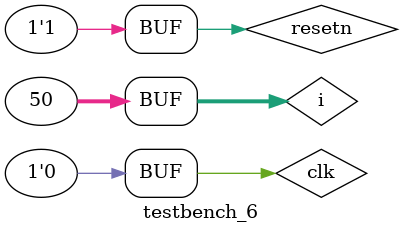
<source format=v>
module testbench_6();
integer i;
reg resetn, clk;
wire [7:0] Q;
pseudoRandomSeqGenerator ut(resetn, clk, Q);
initial
begin
	resetn=1;#1; resetn=0; #1; resetn=1;
	for( i=0; i<50; i=i+1)begin
	clk =1; #20; clk =0; #20;
	end
end
endmodule
</source>
